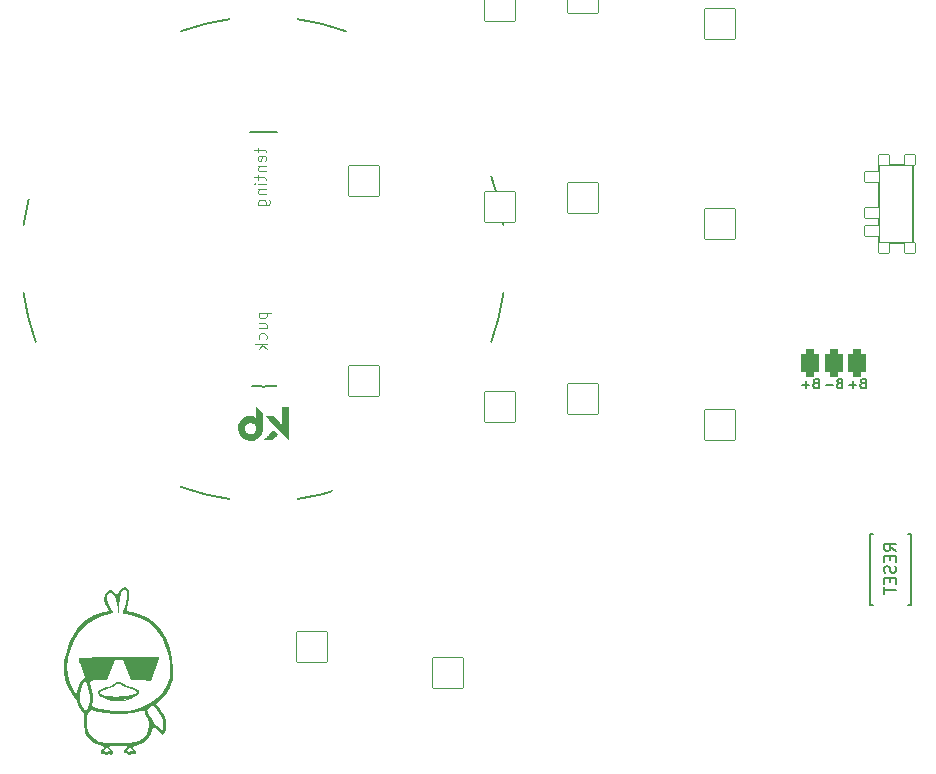
<source format=gbo>
%TF.GenerationSoftware,KiCad,Pcbnew,(6.0.4-0)*%
%TF.CreationDate,2022-07-27T11:57:38+02:00*%
%TF.ProjectId,basbousa,62617362-6f75-4736-912e-6b696361645f,v1.0.0*%
%TF.SameCoordinates,Original*%
%TF.FileFunction,Legend,Bot*%
%TF.FilePolarity,Positive*%
%FSLAX46Y46*%
G04 Gerber Fmt 4.6, Leading zero omitted, Abs format (unit mm)*
G04 Created by KiCad (PCBNEW (6.0.4-0)) date 2022-07-27 11:57:38*
%MOMM*%
%LPD*%
G01*
G04 APERTURE LIST*
G04 Aperture macros list*
%AMRoundRect*
0 Rectangle with rounded corners*
0 $1 Rounding radius*
0 $2 $3 $4 $5 $6 $7 $8 $9 X,Y pos of 4 corners*
0 Add a 4 corners polygon primitive as box body*
4,1,4,$2,$3,$4,$5,$6,$7,$8,$9,$2,$3,0*
0 Add four circle primitives for the rounded corners*
1,1,$1+$1,$2,$3*
1,1,$1+$1,$4,$5*
1,1,$1+$1,$6,$7*
1,1,$1+$1,$8,$9*
0 Add four rect primitives between the rounded corners*
20,1,$1+$1,$2,$3,$4,$5,0*
20,1,$1+$1,$4,$5,$6,$7,0*
20,1,$1+$1,$6,$7,$8,$9,0*
20,1,$1+$1,$8,$9,$2,$3,0*%
%AMFreePoly0*
4,1,14,0.035355,0.435355,0.635355,-0.164645,0.650000,-0.200000,0.650000,-0.400000,0.635355,-0.435355,0.600000,-0.450000,-0.600000,-0.450000,-0.635355,-0.435355,-0.650000,-0.400000,-0.650000,-0.200000,-0.635355,-0.164645,-0.035355,0.435355,0.000000,0.450000,0.035355,0.435355,0.035355,0.435355,$1*%
%AMFreePoly1*
4,1,16,0.635355,0.285355,0.650000,0.250000,0.650000,-1.000000,0.635355,-1.035355,0.600000,-1.050000,0.564645,-1.035355,0.000000,-0.470710,-0.564645,-1.035355,-0.600000,-1.050000,-0.635355,-1.035355,-0.650000,-1.000000,-0.650000,0.250000,-0.635355,0.285355,-0.600000,0.300000,0.600000,0.300000,0.635355,0.285355,0.635355,0.285355,$1*%
G04 Aperture macros list end*
%ADD10C,0.150000*%
%ADD11C,0.100000*%
%ADD12C,0.200000*%
%ADD13C,0.010000*%
%ADD14RoundRect,0.375000X-0.375000X-0.750000X0.375000X-0.750000X0.375000X0.750000X-0.375000X0.750000X0*%
%ADD15C,0.250000*%
%ADD16C,5.100000*%
%ADD17RoundRect,0.425000X-0.375000X-0.750000X0.375000X-0.750000X0.375000X0.750000X-0.375000X0.750000X0*%
%ADD18C,2.100000*%
%ADD19C,3.100000*%
%ADD20C,1.801800*%
%ADD21C,3.529000*%
%ADD22RoundRect,0.050000X-1.054507X-1.505993X1.505993X-1.054507X1.054507X1.505993X-1.505993X1.054507X0*%
%ADD23C,2.132000*%
%ADD24RoundRect,0.050000X-1.181751X-1.408356X1.408356X-1.181751X1.181751X1.408356X-1.408356X1.181751X0*%
%ADD25RoundRect,0.050000X-1.300000X-1.300000X1.300000X-1.300000X1.300000X1.300000X-1.300000X1.300000X0*%
%ADD26RoundRect,0.050000X-1.592168X-0.919239X0.919239X-1.592168X1.592168X0.919239X-0.919239X1.592168X0*%
%ADD27RoundRect,0.050000X-0.450000X0.450000X-0.450000X-0.450000X0.450000X-0.450000X0.450000X0.450000X0*%
%ADD28C,1.100000*%
%ADD29RoundRect,0.050000X-0.625000X0.450000X-0.625000X-0.450000X0.625000X-0.450000X0.625000X0.450000X0*%
%ADD30RoundRect,0.050000X-0.863113X-1.623279X1.623279X-0.863113X0.863113X1.623279X-1.623279X0.863113X0*%
%ADD31C,4.500000*%
%ADD32RoundRect,0.050000X-1.387517X-1.206150X1.206150X-1.387517X1.387517X1.206150X-1.206150X1.387517X0*%
%ADD33FreePoly0,90.000000*%
%ADD34FreePoly0,270.000000*%
%ADD35C,1.700000*%
%ADD36FreePoly1,270.000000*%
%ADD37FreePoly1,90.000000*%
G04 APERTURE END LIST*
D10*
%TO.C,PAD1*%
X154362095Y76489142D02*
X154247809Y76451047D01*
X154209714Y76412952D01*
X154171619Y76336761D01*
X154171619Y76222476D01*
X154209714Y76146285D01*
X154247809Y76108190D01*
X154324000Y76070095D01*
X154628761Y76070095D01*
X154628761Y76870095D01*
X154362095Y76870095D01*
X154285904Y76832000D01*
X154247809Y76793904D01*
X154209714Y76717714D01*
X154209714Y76641523D01*
X154247809Y76565333D01*
X154285904Y76527238D01*
X154362095Y76489142D01*
X154628761Y76489142D01*
X153828761Y76374857D02*
X153219238Y76374857D01*
X153524000Y76070095D02*
X153524000Y76679619D01*
X150362095Y76489142D02*
X150247809Y76451047D01*
X150209714Y76412952D01*
X150171619Y76336761D01*
X150171619Y76222476D01*
X150209714Y76146285D01*
X150247809Y76108190D01*
X150324000Y76070095D01*
X150628761Y76070095D01*
X150628761Y76870095D01*
X150362095Y76870095D01*
X150285904Y76832000D01*
X150247809Y76793904D01*
X150209714Y76717714D01*
X150209714Y76641523D01*
X150247809Y76565333D01*
X150285904Y76527238D01*
X150362095Y76489142D01*
X150628761Y76489142D01*
X149828761Y76374857D02*
X149219238Y76374857D01*
X149524000Y76070095D02*
X149524000Y76679619D01*
X152362095Y76489142D02*
X152247809Y76451047D01*
X152209714Y76412952D01*
X152171619Y76336761D01*
X152171619Y76222476D01*
X152209714Y76146285D01*
X152247809Y76108190D01*
X152324000Y76070095D01*
X152628761Y76070095D01*
X152628761Y76870095D01*
X152362095Y76870095D01*
X152285904Y76832000D01*
X152247809Y76793904D01*
X152209714Y76717714D01*
X152209714Y76641523D01*
X152247809Y76565333D01*
X152285904Y76527238D01*
X152362095Y76489142D01*
X152628761Y76489142D01*
X151828761Y76374857D02*
X151219238Y76374857D01*
%TO.C,B1*%
X157170380Y62285380D02*
X156694190Y62618714D01*
X157170380Y62856809D02*
X156170380Y62856809D01*
X156170380Y62475857D01*
X156218000Y62380619D01*
X156265619Y62333000D01*
X156360857Y62285380D01*
X156503714Y62285380D01*
X156598952Y62333000D01*
X156646571Y62380619D01*
X156694190Y62475857D01*
X156694190Y62856809D01*
X156646571Y61856809D02*
X156646571Y61523476D01*
X157170380Y61380619D02*
X157170380Y61856809D01*
X156170380Y61856809D01*
X156170380Y61380619D01*
X157122761Y60999666D02*
X157170380Y60856809D01*
X157170380Y60618714D01*
X157122761Y60523476D01*
X157075142Y60475857D01*
X156979904Y60428238D01*
X156884666Y60428238D01*
X156789428Y60475857D01*
X156741809Y60523476D01*
X156694190Y60618714D01*
X156646571Y60809190D01*
X156598952Y60904428D01*
X156551333Y60952047D01*
X156456095Y60999666D01*
X156360857Y60999666D01*
X156265619Y60952047D01*
X156218000Y60904428D01*
X156170380Y60809190D01*
X156170380Y60571095D01*
X156218000Y60428238D01*
X156646571Y59999666D02*
X156646571Y59666333D01*
X157170380Y59523476D02*
X157170380Y59999666D01*
X156170380Y59999666D01*
X156170380Y59523476D01*
X156170380Y59237761D02*
X156170380Y58666333D01*
X157170380Y58952047D02*
X156170380Y58952047D01*
D11*
%TO.C,REF\u002A\u002A*%
X103163714Y96416500D02*
X103163714Y96035547D01*
X102830380Y96273642D02*
X103687523Y96273642D01*
X103782761Y96226023D01*
X103830380Y96130785D01*
X103830380Y96035547D01*
X103782761Y95321261D02*
X103830380Y95416500D01*
X103830380Y95606976D01*
X103782761Y95702214D01*
X103687523Y95749833D01*
X103306571Y95749833D01*
X103211333Y95702214D01*
X103163714Y95606976D01*
X103163714Y95416500D01*
X103211333Y95321261D01*
X103306571Y95273642D01*
X103401809Y95273642D01*
X103497047Y95749833D01*
X103163714Y94845071D02*
X103830380Y94845071D01*
X103258952Y94845071D02*
X103211333Y94797452D01*
X103163714Y94702214D01*
X103163714Y94559357D01*
X103211333Y94464119D01*
X103306571Y94416500D01*
X103830380Y94416500D01*
X103163714Y94083166D02*
X103163714Y93702214D01*
X102830380Y93940309D02*
X103687523Y93940309D01*
X103782761Y93892690D01*
X103830380Y93797452D01*
X103830380Y93702214D01*
X103830380Y93368880D02*
X103163714Y93368880D01*
X102830380Y93368880D02*
X102878000Y93416500D01*
X102925619Y93368880D01*
X102878000Y93321261D01*
X102830380Y93368880D01*
X102925619Y93368880D01*
X103163714Y92892690D02*
X103830380Y92892690D01*
X103258952Y92892690D02*
X103211333Y92845071D01*
X103163714Y92749833D01*
X103163714Y92606976D01*
X103211333Y92511738D01*
X103306571Y92464119D01*
X103830380Y92464119D01*
X103163714Y91559357D02*
X103973238Y91559357D01*
X104068476Y91606976D01*
X104116095Y91654595D01*
X104163714Y91749833D01*
X104163714Y91892690D01*
X104116095Y91987928D01*
X103782761Y91559357D02*
X103830380Y91654595D01*
X103830380Y91845071D01*
X103782761Y91940309D01*
X103735142Y91987928D01*
X103639904Y92035547D01*
X103354190Y92035547D01*
X103258952Y91987928D01*
X103211333Y91940309D01*
X103163714Y91845071D01*
X103163714Y91654595D01*
X103211333Y91559357D01*
X103227214Y82462500D02*
X104227214Y82462500D01*
X103274833Y82462500D02*
X103227214Y82367261D01*
X103227214Y82176785D01*
X103274833Y82081547D01*
X103322452Y82033928D01*
X103417690Y81986309D01*
X103703404Y81986309D01*
X103798642Y82033928D01*
X103846261Y82081547D01*
X103893880Y82176785D01*
X103893880Y82367261D01*
X103846261Y82462500D01*
X103227214Y81129166D02*
X103893880Y81129166D01*
X103227214Y81557738D02*
X103751023Y81557738D01*
X103846261Y81510119D01*
X103893880Y81414880D01*
X103893880Y81272023D01*
X103846261Y81176785D01*
X103798642Y81129166D01*
X103846261Y80224404D02*
X103893880Y80319642D01*
X103893880Y80510119D01*
X103846261Y80605357D01*
X103798642Y80652976D01*
X103703404Y80700595D01*
X103417690Y80700595D01*
X103322452Y80652976D01*
X103274833Y80605357D01*
X103227214Y80510119D01*
X103227214Y80319642D01*
X103274833Y80224404D01*
X103893880Y79795833D02*
X102893880Y79795833D01*
X103512928Y79700595D02*
X103893880Y79414880D01*
X103227214Y79414880D02*
X103608166Y79795833D01*
D10*
%TO.C,*%
%TO.C,B1*%
X158468000Y57706000D02*
X158218000Y57706000D01*
X158468000Y63706000D02*
X158468000Y57706000D01*
X154968000Y63706000D02*
X155218000Y63706000D01*
X155218000Y57706000D02*
X154968000Y57706000D01*
X154968000Y57706000D02*
X154968000Y63706000D01*
X158218000Y63706000D02*
X158468000Y63706000D01*
%TO.C,T2*%
X158619000Y89708000D02*
X158619000Y93608000D01*
X155769000Y88358000D02*
X158619000Y88358000D01*
X158619000Y94958000D02*
X155769000Y94958000D01*
X155769000Y94958000D02*
X155769000Y88358000D01*
X158619000Y91658000D02*
X158619000Y94958000D01*
X158619000Y91658000D02*
X158619000Y88358000D01*
D12*
%TO.C,REF\u002A\u002A*%
X106489500Y66675000D02*
G75*
G03*
X110640045Y67708865I-2857506J20320019D01*
G01*
X103632000Y97790000D02*
G75*
G03*
X102503615Y97730864I-6J-10794921D01*
G01*
X83311999Y84137500D02*
G75*
G03*
X84345865Y79986954I20320001J2857500D01*
G01*
X104760385Y97730863D02*
G75*
G03*
X103632000Y97790000I-1128385J-10735763D01*
G01*
X100774500Y107315001D02*
G75*
G03*
X96623954Y106281135I2857500J-20320001D01*
G01*
X103632000Y76199999D02*
G75*
G03*
X104760385Y76259136I0J10794901D01*
G01*
X122918134Y79986952D02*
G75*
G03*
X123952000Y84137500I-19286134J7008048D01*
G01*
X102503615Y76259136D02*
G75*
G03*
X103632000Y76200000I1128379J10735785D01*
G01*
X84345865Y94003044D02*
G75*
G03*
X83312000Y89852500I19286255J-7008074D01*
G01*
X96623955Y67708865D02*
G75*
G03*
X100774500Y66675000I7008045J19286135D01*
G01*
X123952000Y89852500D02*
G75*
G03*
X122918134Y94003048I-20320000J-2857500D01*
G01*
X110640049Y106281133D02*
G75*
G03*
X106489500Y107315000I-7008049J-19286133D01*
G01*
G36*
X103509717Y72564636D02*
G01*
X103507104Y72536241D01*
X103498235Y72489791D01*
X103460682Y72362631D01*
X103405516Y72236768D01*
X103335824Y72118586D01*
X103254693Y72014466D01*
X103246299Y72005300D01*
X103137987Y71904974D01*
X103015567Y71820977D01*
X102882394Y71754998D01*
X102741826Y71708723D01*
X102597218Y71683842D01*
X102496972Y71679359D01*
X102348551Y71690758D01*
X102205132Y71723011D01*
X102068896Y71775034D01*
X101942021Y71845748D01*
X101826688Y71934070D01*
X101725075Y72038919D01*
X101639363Y72159212D01*
X101582108Y72266131D01*
X101528963Y72405367D01*
X101497607Y72549931D01*
X101491103Y72646295D01*
X101986342Y72646295D01*
X101986624Y72641005D01*
X101990942Y72585702D01*
X101998299Y72543410D01*
X102010944Y72504802D01*
X102031125Y72460556D01*
X102052613Y72422229D01*
X102094098Y72363435D01*
X102142155Y72307979D01*
X102191478Y72261785D01*
X102236764Y72230781D01*
X102252931Y72223005D01*
X102293836Y72205645D01*
X102336833Y72189559D01*
X102409660Y72170271D01*
X102513361Y72161750D01*
X102614902Y72174544D01*
X102711688Y72207676D01*
X102801120Y72260169D01*
X102880601Y72331046D01*
X102947535Y72419329D01*
X102976189Y72473474D01*
X103006621Y72567493D01*
X103017193Y72665042D01*
X103008887Y72762990D01*
X102982685Y72858203D01*
X102939572Y72947550D01*
X102880529Y73027896D01*
X102806539Y73096110D01*
X102718587Y73149059D01*
X102704584Y73155345D01*
X102606238Y73185970D01*
X102504886Y73196152D01*
X102403982Y73186832D01*
X102306983Y73158954D01*
X102217347Y73113458D01*
X102138530Y73051288D01*
X102073988Y72973384D01*
X102056218Y72944855D01*
X102012566Y72851432D01*
X101989710Y72753540D01*
X101986342Y72646295D01*
X101491103Y72646295D01*
X101487316Y72702409D01*
X101490877Y72792079D01*
X101513558Y72942358D01*
X101556310Y73084327D01*
X101618120Y73216312D01*
X101697978Y73336637D01*
X101794872Y73443626D01*
X101907792Y73535606D01*
X102035725Y73610899D01*
X102105576Y73643538D01*
X102180714Y73672755D01*
X102252366Y73692247D01*
X102328849Y73704184D01*
X102418484Y73710736D01*
X102436296Y73711404D01*
X102575497Y73704966D01*
X102705880Y73677290D01*
X102828096Y73628186D01*
X102942793Y73557464D01*
X102966927Y73540262D01*
X102991773Y73523919D01*
X103004204Y73517605D01*
X103005112Y73521635D01*
X103006561Y73545442D01*
X103007888Y73588565D01*
X103009057Y73648640D01*
X103010033Y73723302D01*
X103010783Y73810188D01*
X103011272Y73906933D01*
X103011464Y74011173D01*
X103011612Y74504741D01*
X103519316Y73994715D01*
X103519229Y73303001D01*
X103519226Y73291265D01*
X103518965Y73140791D01*
X103518301Y73003519D01*
X103517257Y72880863D01*
X103515854Y72774234D01*
X103514115Y72685045D01*
X103513531Y72665042D01*
X103512062Y72614708D01*
X103509717Y72564636D01*
G37*
D13*
X103509717Y72564636D02*
X103507104Y72536241D01*
X103498235Y72489791D01*
X103460682Y72362631D01*
X103405516Y72236768D01*
X103335824Y72118586D01*
X103254693Y72014466D01*
X103246299Y72005300D01*
X103137987Y71904974D01*
X103015567Y71820977D01*
X102882394Y71754998D01*
X102741826Y71708723D01*
X102597218Y71683842D01*
X102496972Y71679359D01*
X102348551Y71690758D01*
X102205132Y71723011D01*
X102068896Y71775034D01*
X101942021Y71845748D01*
X101826688Y71934070D01*
X101725075Y72038919D01*
X101639363Y72159212D01*
X101582108Y72266131D01*
X101528963Y72405367D01*
X101497607Y72549931D01*
X101491103Y72646295D01*
X101986342Y72646295D01*
X101986624Y72641005D01*
X101990942Y72585702D01*
X101998299Y72543410D01*
X102010944Y72504802D01*
X102031125Y72460556D01*
X102052613Y72422229D01*
X102094098Y72363435D01*
X102142155Y72307979D01*
X102191478Y72261785D01*
X102236764Y72230781D01*
X102252931Y72223005D01*
X102293836Y72205645D01*
X102336833Y72189559D01*
X102409660Y72170271D01*
X102513361Y72161750D01*
X102614902Y72174544D01*
X102711688Y72207676D01*
X102801120Y72260169D01*
X102880601Y72331046D01*
X102947535Y72419329D01*
X102976189Y72473474D01*
X103006621Y72567493D01*
X103017193Y72665042D01*
X103008887Y72762990D01*
X102982685Y72858203D01*
X102939572Y72947550D01*
X102880529Y73027896D01*
X102806539Y73096110D01*
X102718587Y73149059D01*
X102704584Y73155345D01*
X102606238Y73185970D01*
X102504886Y73196152D01*
X102403982Y73186832D01*
X102306983Y73158954D01*
X102217347Y73113458D01*
X102138530Y73051288D01*
X102073988Y72973384D01*
X102056218Y72944855D01*
X102012566Y72851432D01*
X101989710Y72753540D01*
X101986342Y72646295D01*
X101491103Y72646295D01*
X101487316Y72702409D01*
X101490877Y72792079D01*
X101513558Y72942358D01*
X101556310Y73084327D01*
X101618120Y73216312D01*
X101697978Y73336637D01*
X101794872Y73443626D01*
X101907792Y73535606D01*
X102035725Y73610899D01*
X102105576Y73643538D01*
X102180714Y73672755D01*
X102252366Y73692247D01*
X102328849Y73704184D01*
X102418484Y73710736D01*
X102436296Y73711404D01*
X102575497Y73704966D01*
X102705880Y73677290D01*
X102828096Y73628186D01*
X102942793Y73557464D01*
X102966927Y73540262D01*
X102991773Y73523919D01*
X103004204Y73517605D01*
X103005112Y73521635D01*
X103006561Y73545442D01*
X103007888Y73588565D01*
X103009057Y73648640D01*
X103010033Y73723302D01*
X103010783Y73810188D01*
X103011272Y73906933D01*
X103011464Y74011173D01*
X103011612Y74504741D01*
X103519316Y73994715D01*
X103519229Y73303001D01*
X103519226Y73291265D01*
X103518965Y73140791D01*
X103518301Y73003519D01*
X103517257Y72880863D01*
X103515854Y72774234D01*
X103514115Y72685045D01*
X103513531Y72665042D01*
X103512062Y72614708D01*
X103509717Y72564636D01*
G36*
X105712952Y71768644D02*
G01*
X105622108Y71860920D01*
X105608327Y71874916D01*
X105576466Y71907269D01*
X105530519Y71953923D01*
X105471703Y72013641D01*
X105401236Y72085186D01*
X105320337Y72167323D01*
X105230222Y72258816D01*
X105132110Y72358427D01*
X105027218Y72464920D01*
X104916764Y72577060D01*
X104801965Y72693609D01*
X104684040Y72813332D01*
X103836816Y73673469D01*
X104125184Y73676562D01*
X104413552Y73679656D01*
X105216498Y72876956D01*
X105216498Y74510514D01*
X105712952Y74510514D01*
X105712952Y71768644D01*
G37*
X105712952Y71768644D02*
X105622108Y71860920D01*
X105608327Y71874916D01*
X105576466Y71907269D01*
X105530519Y71953923D01*
X105471703Y72013641D01*
X105401236Y72085186D01*
X105320337Y72167323D01*
X105230222Y72258816D01*
X105132110Y72358427D01*
X105027218Y72464920D01*
X104916764Y72577060D01*
X104801965Y72693609D01*
X104684040Y72813332D01*
X103836816Y73673469D01*
X104125184Y73676562D01*
X104413552Y73679656D01*
X105216498Y72876956D01*
X105216498Y74510514D01*
X105712952Y74510514D01*
X105712952Y71768644D01*
G36*
X104419184Y72478331D02*
G01*
X104431413Y72468283D01*
X104456895Y72444663D01*
X104493042Y72409950D01*
X104537266Y72366625D01*
X104586979Y72317170D01*
X104748014Y72155826D01*
X104714132Y72118011D01*
X104710955Y72114519D01*
X104689087Y72091310D01*
X104654741Y72055564D01*
X104610925Y72010384D01*
X104560642Y71958871D01*
X104506900Y71904128D01*
X104333550Y71728059D01*
X103713536Y71728059D01*
X103741837Y71761694D01*
X103744130Y71764385D01*
X103764798Y71787614D01*
X103797556Y71823454D01*
X103840416Y71869799D01*
X103891388Y71924542D01*
X103948484Y71985577D01*
X104009714Y72050796D01*
X104073089Y72118094D01*
X104136622Y72185364D01*
X104198321Y72250499D01*
X104256200Y72311393D01*
X104308267Y72365939D01*
X104352536Y72412031D01*
X104387015Y72447562D01*
X104409718Y72470425D01*
X104418653Y72478514D01*
X104419184Y72478331D01*
G37*
X104419184Y72478331D02*
X104431413Y72468283D01*
X104456895Y72444663D01*
X104493042Y72409950D01*
X104537266Y72366625D01*
X104586979Y72317170D01*
X104748014Y72155826D01*
X104714132Y72118011D01*
X104710955Y72114519D01*
X104689087Y72091310D01*
X104654741Y72055564D01*
X104610925Y72010384D01*
X104560642Y71958871D01*
X104506900Y71904128D01*
X104333550Y71728059D01*
X103713536Y71728059D01*
X103741837Y71761694D01*
X103744130Y71764385D01*
X103764798Y71787614D01*
X103797556Y71823454D01*
X103840416Y71869799D01*
X103891388Y71924542D01*
X103948484Y71985577D01*
X104009714Y72050796D01*
X104073089Y72118094D01*
X104136622Y72185364D01*
X104198321Y72250499D01*
X104256200Y72311393D01*
X104308267Y72365939D01*
X104352536Y72412031D01*
X104387015Y72447562D01*
X104409718Y72470425D01*
X104418653Y72478514D01*
X104419184Y72478331D01*
%TO.C,G\u002A\u002A\u002A*%
G36*
X92090151Y49627570D02*
G01*
X91856858Y49563258D01*
X91606747Y49544050D01*
X91270667Y49555225D01*
X90986219Y49576367D01*
X90716312Y49619910D01*
X90580476Y49661218D01*
X91121943Y49661218D01*
X91172212Y49644332D01*
X91355333Y49637727D01*
X91479582Y49640197D01*
X91585956Y49653481D01*
X91545833Y49674419D01*
X91411551Y49688426D01*
X91164833Y49674419D01*
X91121943Y49661218D01*
X90580476Y49661218D01*
X90454058Y49699662D01*
X90336275Y49750486D01*
X91801597Y49750486D01*
X91802908Y49721584D01*
X91912722Y49706018D01*
X91995945Y49719576D01*
X91963875Y49757170D01*
X91914914Y49770698D01*
X91801597Y49750486D01*
X90336275Y49750486D01*
X90147996Y49831729D01*
X89746667Y50032217D01*
X89668282Y50103879D01*
X89592425Y50280900D01*
X89592991Y50288759D01*
X89799283Y50288759D01*
X89857983Y50173540D01*
X90085333Y50063946D01*
X90307118Y50010411D01*
X90683604Y49968327D01*
X91124575Y49954937D01*
X91591166Y49967895D01*
X92044513Y50004850D01*
X92445752Y50063456D01*
X92756017Y50141363D01*
X92936445Y50236223D01*
X92952870Y50257106D01*
X92927648Y50360963D01*
X92745368Y50474542D01*
X92415354Y50591486D01*
X92240003Y50649272D01*
X91952971Y50770367D01*
X91750142Y50888931D01*
X91523133Y51016450D01*
X91238078Y51033650D01*
X90976467Y50886671D01*
X90852165Y50800634D01*
X90595190Y50675590D01*
X90293677Y50565696D01*
X90185675Y50530865D01*
X89908694Y50408302D01*
X89799283Y50288759D01*
X89592991Y50288759D01*
X89600521Y50393243D01*
X89700681Y50507134D01*
X89931092Y50630227D01*
X90037253Y50675334D01*
X90293403Y50762614D01*
X90481004Y50798141D01*
X90508079Y50800318D01*
X90704595Y50871562D01*
X90916560Y51011667D01*
X90965819Y51051487D01*
X91239808Y51197658D01*
X91507205Y51187960D01*
X91805483Y51022867D01*
X91824727Y51009006D01*
X92105319Y50861058D01*
X92401455Y50772737D01*
X92521155Y50750092D01*
X92839092Y50637187D01*
X93054233Y50476210D01*
X93133333Y50289127D01*
X93129109Y50257106D01*
X93128339Y50251266D01*
X93048156Y50134183D01*
X92852697Y49996498D01*
X92519500Y49821081D01*
X92375777Y49751706D01*
X92301849Y49719576D01*
X92149770Y49653481D01*
X92090151Y49627570D01*
G37*
G36*
X95259442Y46905333D02*
G01*
X95080028Y46693667D01*
X94889847Y46914905D01*
X94698073Y47106204D01*
X94483991Y47273234D01*
X94268316Y47410324D01*
X94167046Y47031686D01*
X94089659Y46807333D01*
X93826231Y46382822D01*
X93454214Y46064981D01*
X93000861Y45880708D01*
X92750623Y45812245D01*
X92577737Y45718440D01*
X92565769Y45611711D01*
X92710000Y45485649D01*
X92812742Y45386672D01*
X92838027Y45320075D01*
X92879333Y45211283D01*
X92867101Y45088285D01*
X92797061Y45052079D01*
X92628231Y45125783D01*
X92504914Y45163962D01*
X92424787Y45083450D01*
X92373787Y45001950D01*
X92253044Y44966823D01*
X92151542Y45075644D01*
X92099140Y45135602D01*
X91942532Y45150436D01*
X91859061Y45142079D01*
X91782767Y45206006D01*
X91807863Y45319653D01*
X91976775Y45319653D01*
X92048529Y45326426D01*
X92135489Y45332391D01*
X92230055Y45228474D01*
X92242357Y45187625D01*
X92279397Y45154979D01*
X92330367Y45277285D01*
X92342796Y45313841D01*
X92410581Y45414172D01*
X92510721Y45371053D01*
X92582415Y45325425D01*
X92676964Y45320075D01*
X92665574Y45373346D01*
X92547918Y45462119D01*
X92438257Y45550734D01*
X92364649Y45701812D01*
X92350157Y45792713D01*
X92312119Y45720000D01*
X92237115Y45597619D01*
X92085970Y45436952D01*
X92038370Y45394588D01*
X91976775Y45319653D01*
X91807863Y45319653D01*
X91812613Y45341165D01*
X91948000Y45508333D01*
X92060721Y45628613D01*
X92117333Y45733122D01*
X92098058Y45749097D01*
X91951057Y45777605D01*
X91690892Y45797310D01*
X91355333Y45804667D01*
X90960743Y45795436D01*
X90703987Y45761712D01*
X90593063Y45696462D01*
X90616460Y45592668D01*
X90762667Y45443312D01*
X90872249Y45318914D01*
X90895969Y45259995D01*
X90932000Y45170496D01*
X90876192Y45067763D01*
X90749393Y45049312D01*
X90632536Y45132400D01*
X90574992Y45161809D01*
X90463905Y45068900D01*
X90453052Y45054460D01*
X90347871Y44966615D01*
X90243433Y45021500D01*
X90175286Y45071084D01*
X89983733Y45127333D01*
X89929490Y45133637D01*
X89840726Y45215190D01*
X89861931Y45331615D01*
X90042325Y45331615D01*
X90101196Y45329547D01*
X90187380Y45333538D01*
X90273434Y45228474D01*
X90285393Y45177281D01*
X90322678Y45140838D01*
X90397544Y45250334D01*
X90432231Y45306915D01*
X90518980Y45368307D01*
X90648640Y45295229D01*
X90710894Y45250200D01*
X90725299Y45259995D01*
X90625277Y45383896D01*
X90485462Y45567764D01*
X90399127Y45720000D01*
X90398865Y45720718D01*
X90360071Y45797530D01*
X90346018Y45709160D01*
X90292576Y45580603D01*
X90148833Y45429234D01*
X90129500Y45414616D01*
X90042325Y45331615D01*
X89861931Y45331615D01*
X89865276Y45349982D01*
X90000667Y45485649D01*
X90091006Y45551564D01*
X90161167Y45676732D01*
X90066699Y45776951D01*
X89810167Y45847352D01*
X89797828Y45849377D01*
X89321255Y46011629D01*
X88920784Y46311861D01*
X88631089Y46724285D01*
X88547814Y46918086D01*
X88483345Y47159840D01*
X88453408Y47456258D01*
X88448903Y47864280D01*
X88448860Y47901843D01*
X88669666Y47901843D01*
X88703855Y47378080D01*
X88863259Y46906486D01*
X89135834Y46517674D01*
X89509535Y46242256D01*
X89547740Y46223624D01*
X89736097Y46145150D01*
X89940546Y46090693D01*
X90199395Y46054516D01*
X90550955Y46030884D01*
X91033535Y46014059D01*
X91604697Y46005675D01*
X92223194Y46023676D01*
X92711581Y46080229D01*
X93090819Y46181432D01*
X93381870Y46333383D01*
X93605694Y46542178D01*
X93783254Y46813915D01*
X93884529Y47050475D01*
X93966471Y47430221D01*
X93955436Y47779890D01*
X93848576Y48045717D01*
X93833639Y48066821D01*
X93726099Y48276554D01*
X93636048Y48533628D01*
X93578673Y48712155D01*
X93506930Y48800658D01*
X93404947Y48778602D01*
X93384596Y48769158D01*
X93206335Y48709770D01*
X92924680Y48633483D01*
X92590784Y48554382D01*
X92525628Y48540603D01*
X91826584Y48453659D01*
X91062673Y48450520D01*
X90306225Y48528041D01*
X89629571Y48683080D01*
X89337909Y48766803D01*
X89078710Y48800246D01*
X88912449Y48736468D01*
X88804247Y48558916D01*
X88719226Y48251036D01*
X88669666Y47901843D01*
X88448860Y47901843D01*
X88448570Y48157704D01*
X88433264Y48435229D01*
X88397135Y48592581D01*
X88336186Y48657889D01*
X88292845Y48685392D01*
X88163348Y48841409D01*
X88030098Y49072370D01*
X87926010Y49316190D01*
X87884000Y49510787D01*
X87877492Y49551718D01*
X87786503Y49725426D01*
X87622447Y49916326D01*
X87466162Y50086417D01*
X88083034Y50086417D01*
X88137891Y49530457D01*
X88172798Y49410235D01*
X88293625Y49134049D01*
X88433471Y48938144D01*
X88631612Y48752000D01*
X88784621Y48985520D01*
X88791980Y48997211D01*
X88884587Y49257259D01*
X88932045Y49618011D01*
X88933874Y50020552D01*
X88889593Y50405965D01*
X88798723Y50715333D01*
X88784513Y50746852D01*
X88680312Y50990303D01*
X88606909Y51181000D01*
X88593108Y51218654D01*
X88546548Y51273984D01*
X88475508Y51214714D01*
X88352074Y51023603D01*
X88175494Y50629602D01*
X88083034Y50086417D01*
X87466162Y50086417D01*
X87391662Y50167498D01*
X87046687Y50728695D01*
X86828912Y51387274D01*
X86740310Y52131605D01*
X86751634Y52349453D01*
X87037333Y52349453D01*
X87051598Y51916053D01*
X87132256Y51369611D01*
X87296742Y50893902D01*
X87559358Y50436515D01*
X87771877Y50123765D01*
X87914579Y50637039D01*
X87972624Y50817483D01*
X88120243Y51145386D01*
X88282024Y51375054D01*
X88506766Y51599797D01*
X88227747Y52389373D01*
X88150937Y52612082D01*
X88054480Y52911971D01*
X87995123Y53124433D01*
X87983469Y53213691D01*
X87993327Y53216156D01*
X88129931Y53225891D01*
X88412109Y53237554D01*
X88821589Y53250639D01*
X89340102Y53264643D01*
X89949378Y53279060D01*
X90631145Y53293386D01*
X91367135Y53307118D01*
X92255177Y53321149D01*
X93039608Y53329805D01*
X93668620Y53331980D01*
X94149312Y53327606D01*
X94488786Y53316614D01*
X94694143Y53298938D01*
X94772483Y53274508D01*
X94767050Y53168229D01*
X94709196Y52937387D01*
X94608276Y52617411D01*
X94474266Y52242808D01*
X94119625Y51302404D01*
X93267568Y51326369D01*
X92415512Y51350333D01*
X91721764Y53043667D01*
X91061220Y53043667D01*
X90714393Y52197000D01*
X90367567Y51350333D01*
X89624569Y51325736D01*
X89581125Y51324380D01*
X89251435Y51316045D01*
X89046381Y51294134D01*
X88947795Y51228177D01*
X88937510Y51087705D01*
X88997359Y50842247D01*
X89109173Y50461333D01*
X89177659Y50153477D01*
X89180290Y50020552D01*
X89189460Y49557344D01*
X89136032Y49119020D01*
X89716516Y48933069D01*
X89841603Y48896360D01*
X90369152Y48790313D01*
X90973967Y48726463D01*
X91596441Y48707253D01*
X92176969Y48735128D01*
X92655943Y48812532D01*
X92706688Y48829326D01*
X93811494Y48829326D01*
X93850368Y48650301D01*
X93978490Y48361811D01*
X94168946Y48035634D01*
X94393603Y47719169D01*
X94624329Y47459817D01*
X94656620Y47430221D01*
X94829582Y47271693D01*
X95003381Y47129176D01*
X95095814Y47074667D01*
X95119990Y47087971D01*
X95156983Y47216558D01*
X95164551Y47442068D01*
X95145264Y47715410D01*
X95101694Y47987490D01*
X95036409Y48209213D01*
X94983846Y48317075D01*
X94810897Y48591777D01*
X94605022Y48852562D01*
X94437735Y49031678D01*
X94314785Y49124283D01*
X94204974Y49127257D01*
X94056613Y49060169D01*
X94044045Y49053534D01*
X93879054Y48935990D01*
X93811494Y48829326D01*
X92706688Y48829326D01*
X93345072Y49040600D01*
X94037636Y49392478D01*
X94638727Y49832535D01*
X95123451Y50342255D01*
X95466911Y50903122D01*
X95546050Y51083499D01*
X95632071Y51325438D01*
X95680933Y51568424D01*
X95702355Y51868489D01*
X95706059Y52281667D01*
X95693847Y52699333D01*
X95604551Y53426649D01*
X95415106Y54106223D01*
X95109351Y54806437D01*
X94904161Y55171778D01*
X94429924Y55784119D01*
X93852712Y56266115D01*
X93164860Y56623495D01*
X92358703Y56861985D01*
X92308022Y56872616D01*
X92016096Y56936566D01*
X91804460Y56987479D01*
X91715967Y57015145D01*
X91713630Y57022716D01*
X91739213Y57134187D01*
X91810757Y57327500D01*
X91886846Y57539207D01*
X91984172Y57898858D01*
X92055789Y58267712D01*
X92091429Y58589494D01*
X92080827Y58807926D01*
X92019249Y58938007D01*
X91857400Y59012667D01*
X91828545Y59010770D01*
X91662876Y58905839D01*
X91540976Y58646886D01*
X91465724Y58242946D01*
X91440000Y57703053D01*
X91433060Y57388386D01*
X91411015Y57130475D01*
X91380090Y57000986D01*
X91346732Y57009934D01*
X91317386Y57167336D01*
X91298501Y57483209D01*
X91271962Y57785990D01*
X91168895Y58198090D01*
X91003192Y58513086D01*
X90789296Y58696561D01*
X90696143Y58729953D01*
X90519528Y58709447D01*
X90415656Y58540138D01*
X90381667Y58218676D01*
X90429683Y57882479D01*
X90607334Y57560621D01*
X90744157Y57372524D01*
X90855912Y57157979D01*
X90831634Y57017781D01*
X90660337Y56923552D01*
X90331037Y56846916D01*
X89974894Y56762944D01*
X89250956Y56473262D01*
X88613053Y56048956D01*
X88070423Y55502637D01*
X87632300Y54846916D01*
X87307920Y54094405D01*
X87106519Y53257713D01*
X87037333Y52349453D01*
X86751634Y52349453D01*
X86782854Y52950057D01*
X86958516Y53830998D01*
X87174637Y54484422D01*
X87560594Y55256015D01*
X88051518Y55909912D01*
X88638665Y56436989D01*
X89313291Y56828122D01*
X90066652Y57074187D01*
X90280479Y57121611D01*
X90486705Y57170687D01*
X90576352Y57196777D01*
X90573828Y57217299D01*
X90509179Y57340230D01*
X90385852Y57532889D01*
X90247409Y57795491D01*
X90164290Y58171560D01*
X90207669Y58522480D01*
X90377818Y58804849D01*
X90497321Y58916981D01*
X90644764Y58996560D01*
X90794198Y58957237D01*
X91004308Y58798407D01*
X91258941Y58584147D01*
X91370637Y58816498D01*
X91502017Y59002620D01*
X91709381Y59176116D01*
X91843944Y59243239D01*
X91971315Y59248022D01*
X92111548Y59144903D01*
X92209675Y59005694D01*
X92281521Y58691329D01*
X92265796Y58264949D01*
X92161780Y57746604D01*
X92114589Y57550014D01*
X92078996Y57339930D01*
X92083079Y57240699D01*
X92152549Y57211120D01*
X92349183Y57156755D01*
X92619750Y57096064D01*
X93106798Y56964555D01*
X93818391Y56638224D01*
X94440856Y56178241D01*
X94967025Y55595014D01*
X95389730Y54898953D01*
X95701804Y54100466D01*
X95896078Y53209961D01*
X95962260Y52281667D01*
X95965384Y52237846D01*
X95965914Y51982525D01*
X95959961Y51628150D01*
X95938003Y51369785D01*
X95891675Y51160285D01*
X95812614Y50952507D01*
X95692459Y50699309D01*
X95433312Y50261863D01*
X94956756Y49716888D01*
X94498261Y49297850D01*
X94754885Y49054092D01*
X94995219Y48770123D01*
X95212833Y48378525D01*
X95357385Y47956541D01*
X95419553Y47543879D01*
X95411282Y47442068D01*
X95390013Y47180241D01*
X95259442Y46905333D01*
G37*
%TD*%
D14*
%TO.C,PAD1*%
X149924000Y78232000D03*
X153924000Y78232000D03*
X151924000Y78232000D03*
%TD*%
%LPC*%
D15*
%TO.C,*%
X37971000Y104648000D02*
G75*
G03*
X37971000Y104648000I-125000J0D01*
G01*
X39495000Y91948000D02*
G75*
G03*
X39495000Y91948000I-125000J0D01*
G01*
X39495000Y94488000D02*
G75*
G03*
X39495000Y94488000I-125000J0D01*
G01*
X37971000Y112268000D02*
G75*
G03*
X37971000Y112268000I-125000J0D01*
G01*
X37971000Y94488000D02*
G75*
G03*
X37971000Y94488000I-125000J0D01*
G01*
X39495000Y99568000D02*
G75*
G03*
X39495000Y99568000I-125000J0D01*
G01*
X39495000Y102108000D02*
G75*
G03*
X39495000Y102108000I-125000J0D01*
G01*
X37971000Y102108000D02*
G75*
G03*
X37971000Y102108000I-125000J0D01*
G01*
X39495000Y107188000D02*
G75*
G03*
X39495000Y107188000I-125000J0D01*
G01*
X37971000Y91948000D02*
G75*
G03*
X37971000Y91948000I-125000J0D01*
G01*
X39495000Y114808000D02*
G75*
G03*
X39495000Y114808000I-125000J0D01*
G01*
X37971000Y107188000D02*
G75*
G03*
X37971000Y107188000I-125000J0D01*
G01*
X39495000Y117348000D02*
G75*
G03*
X39495000Y117348000I-125000J0D01*
G01*
X39495000Y109728000D02*
G75*
G03*
X39495000Y109728000I-125000J0D01*
G01*
X37971000Y99568000D02*
G75*
G03*
X37971000Y99568000I-125000J0D01*
G01*
X39495000Y104648000D02*
G75*
G03*
X39495000Y104648000I-125000J0D01*
G01*
X37971000Y114808000D02*
G75*
G03*
X37971000Y114808000I-125000J0D01*
G01*
X37971000Y97028000D02*
G75*
G03*
X37971000Y97028000I-125000J0D01*
G01*
X39495000Y119888000D02*
G75*
G03*
X39495000Y119888000I-125000J0D01*
G01*
X37971000Y117348000D02*
G75*
G03*
X37971000Y117348000I-125000J0D01*
G01*
X37971000Y119888000D02*
G75*
G03*
X37971000Y119888000I-125000J0D01*
G01*
X39495000Y97028000D02*
G75*
G03*
X39495000Y97028000I-125000J0D01*
G01*
X39495000Y112268000D02*
G75*
G03*
X39495000Y112268000I-125000J0D01*
G01*
X37971000Y109728000D02*
G75*
G03*
X37971000Y109728000I-125000J0D01*
G01*
G36*
X44704000Y119380000D02*
G01*
X43688000Y119380000D01*
X43688000Y120396000D01*
X44704000Y120396000D01*
X44704000Y119380000D01*
G37*
D11*
X44704000Y119380000D02*
X43688000Y119380000D01*
X43688000Y120396000D01*
X44704000Y120396000D01*
X44704000Y119380000D01*
G36*
X33528000Y106680000D02*
G01*
X32512000Y106680000D01*
X32512000Y107696000D01*
X33528000Y107696000D01*
X33528000Y106680000D01*
G37*
X33528000Y106680000D02*
X32512000Y106680000D01*
X32512000Y107696000D01*
X33528000Y107696000D01*
X33528000Y106680000D01*
G36*
X44704000Y104140000D02*
G01*
X43688000Y104140000D01*
X43688000Y105156000D01*
X44704000Y105156000D01*
X44704000Y104140000D01*
G37*
X44704000Y104140000D02*
X43688000Y104140000D01*
X43688000Y105156000D01*
X44704000Y105156000D01*
X44704000Y104140000D01*
G36*
X44704000Y93980000D02*
G01*
X43688000Y93980000D01*
X43688000Y94996000D01*
X44704000Y94996000D01*
X44704000Y93980000D01*
G37*
X44704000Y93980000D02*
X43688000Y93980000D01*
X43688000Y94996000D01*
X44704000Y94996000D01*
X44704000Y93980000D01*
G36*
X44704000Y114300000D02*
G01*
X43688000Y114300000D01*
X43688000Y115316000D01*
X44704000Y115316000D01*
X44704000Y114300000D01*
G37*
X44704000Y114300000D02*
X43688000Y114300000D01*
X43688000Y115316000D01*
X44704000Y115316000D01*
X44704000Y114300000D01*
G36*
X44704000Y91440000D02*
G01*
X43688000Y91440000D01*
X43688000Y92456000D01*
X44704000Y92456000D01*
X44704000Y91440000D01*
G37*
X44704000Y91440000D02*
X43688000Y91440000D01*
X43688000Y92456000D01*
X44704000Y92456000D01*
X44704000Y91440000D01*
G36*
X33528000Y104140000D02*
G01*
X32512000Y104140000D01*
X32512000Y105156000D01*
X33528000Y105156000D01*
X33528000Y104140000D01*
G37*
X33528000Y104140000D02*
X32512000Y104140000D01*
X32512000Y105156000D01*
X33528000Y105156000D01*
X33528000Y104140000D01*
G36*
X44704000Y96520000D02*
G01*
X43688000Y96520000D01*
X43688000Y97536000D01*
X44704000Y97536000D01*
X44704000Y96520000D01*
G37*
X44704000Y96520000D02*
X43688000Y96520000D01*
X43688000Y97536000D01*
X44704000Y97536000D01*
X44704000Y96520000D01*
G36*
X33528000Y91440000D02*
G01*
X32512000Y91440000D01*
X32512000Y92456000D01*
X33528000Y92456000D01*
X33528000Y91440000D01*
G37*
X33528000Y91440000D02*
X32512000Y91440000D01*
X32512000Y92456000D01*
X33528000Y92456000D01*
X33528000Y91440000D01*
G36*
X33528000Y96520000D02*
G01*
X32512000Y96520000D01*
X32512000Y97536000D01*
X33528000Y97536000D01*
X33528000Y96520000D01*
G37*
X33528000Y96520000D02*
X32512000Y96520000D01*
X32512000Y97536000D01*
X33528000Y97536000D01*
X33528000Y96520000D01*
G36*
X33528000Y99060000D02*
G01*
X32512000Y99060000D01*
X32512000Y100076000D01*
X33528000Y100076000D01*
X33528000Y99060000D01*
G37*
X33528000Y99060000D02*
X32512000Y99060000D01*
X32512000Y100076000D01*
X33528000Y100076000D01*
X33528000Y99060000D01*
G36*
X33528000Y93980000D02*
G01*
X32512000Y93980000D01*
X32512000Y94996000D01*
X33528000Y94996000D01*
X33528000Y93980000D01*
G37*
X33528000Y93980000D02*
X32512000Y93980000D01*
X32512000Y94996000D01*
X33528000Y94996000D01*
X33528000Y93980000D01*
G36*
X44704000Y109220000D02*
G01*
X43688000Y109220000D01*
X43688000Y110236000D01*
X44704000Y110236000D01*
X44704000Y109220000D01*
G37*
X44704000Y109220000D02*
X43688000Y109220000D01*
X43688000Y110236000D01*
X44704000Y110236000D01*
X44704000Y109220000D01*
G36*
X33528000Y109220000D02*
G01*
X32512000Y109220000D01*
X32512000Y110236000D01*
X33528000Y110236000D01*
X33528000Y109220000D01*
G37*
X33528000Y109220000D02*
X32512000Y109220000D01*
X32512000Y110236000D01*
X33528000Y110236000D01*
X33528000Y109220000D01*
G36*
X44704000Y106680000D02*
G01*
X43688000Y106680000D01*
X43688000Y107696000D01*
X44704000Y107696000D01*
X44704000Y106680000D01*
G37*
X44704000Y106680000D02*
X43688000Y106680000D01*
X43688000Y107696000D01*
X44704000Y107696000D01*
X44704000Y106680000D01*
G36*
X44704000Y99060000D02*
G01*
X43688000Y99060000D01*
X43688000Y100076000D01*
X44704000Y100076000D01*
X44704000Y99060000D01*
G37*
X44704000Y99060000D02*
X43688000Y99060000D01*
X43688000Y100076000D01*
X44704000Y100076000D01*
X44704000Y99060000D01*
G36*
X44704000Y116840000D02*
G01*
X43688000Y116840000D01*
X43688000Y117856000D01*
X44704000Y117856000D01*
X44704000Y116840000D01*
G37*
X44704000Y116840000D02*
X43688000Y116840000D01*
X43688000Y117856000D01*
X44704000Y117856000D01*
X44704000Y116840000D01*
G36*
X44704000Y111760000D02*
G01*
X43688000Y111760000D01*
X43688000Y112776000D01*
X44704000Y112776000D01*
X44704000Y111760000D01*
G37*
X44704000Y111760000D02*
X43688000Y111760000D01*
X43688000Y112776000D01*
X44704000Y112776000D01*
X44704000Y111760000D01*
G36*
X33528000Y114300000D02*
G01*
X32512000Y114300000D01*
X32512000Y115316000D01*
X33528000Y115316000D01*
X33528000Y114300000D01*
G37*
X33528000Y114300000D02*
X32512000Y114300000D01*
X32512000Y115316000D01*
X33528000Y115316000D01*
X33528000Y114300000D01*
G36*
X33528000Y111760000D02*
G01*
X32512000Y111760000D01*
X32512000Y112776000D01*
X33528000Y112776000D01*
X33528000Y111760000D01*
G37*
X33528000Y111760000D02*
X32512000Y111760000D01*
X32512000Y112776000D01*
X33528000Y112776000D01*
X33528000Y111760000D01*
G36*
X33528000Y119380000D02*
G01*
X32512000Y119380000D01*
X32512000Y120396000D01*
X33528000Y120396000D01*
X33528000Y119380000D01*
G37*
X33528000Y119380000D02*
X32512000Y119380000D01*
X32512000Y120396000D01*
X33528000Y120396000D01*
X33528000Y119380000D01*
G36*
X44704000Y101600000D02*
G01*
X43688000Y101600000D01*
X43688000Y102616000D01*
X44704000Y102616000D01*
X44704000Y101600000D01*
G37*
X44704000Y101600000D02*
X43688000Y101600000D01*
X43688000Y102616000D01*
X44704000Y102616000D01*
X44704000Y101600000D01*
G36*
X33528000Y116840000D02*
G01*
X32512000Y116840000D01*
X32512000Y117856000D01*
X33528000Y117856000D01*
X33528000Y116840000D01*
G37*
X33528000Y116840000D02*
X32512000Y116840000D01*
X32512000Y117856000D01*
X33528000Y117856000D01*
X33528000Y116840000D01*
G36*
X33528000Y101600000D02*
G01*
X32512000Y101600000D01*
X32512000Y102616000D01*
X33528000Y102616000D01*
X33528000Y101600000D01*
G37*
X33528000Y101600000D02*
X32512000Y101600000D01*
X32512000Y102616000D01*
X33528000Y102616000D01*
X33528000Y101600000D01*
%TD*%
D16*
%TO.C,*%
X60452000Y119634000D03*
%TD*%
%TO.C,*%
X148844000Y56642000D03*
%TD*%
%TO.C,*%
X131064000Y116840000D03*
%TD*%
%TO.C,*%
X40386000Y50292000D03*
%TD*%
D17*
%TO.C,PAD1*%
X149924000Y78232000D03*
X153924000Y78232000D03*
X151924000Y78232000D03*
%TD*%
D18*
%TO.C,B1*%
X156718000Y63956000D03*
X156718000Y57456000D03*
%TD*%
D19*
%TO.C,S11*%
X76973296Y109514099D03*
X71667231Y110812436D03*
D20*
X78116881Y105907895D03*
X67283995Y103997765D03*
D21*
X72700438Y104952830D03*
D19*
X67125219Y107777617D03*
D22*
X68441985Y110243738D03*
D23*
X78284340Y102078801D03*
X68436262Y100342320D03*
D22*
X80198542Y110082797D03*
D23*
X73724962Y99142464D03*
%TD*%
D20*
%TO.C,S15*%
X100384204Y97593524D03*
D21*
X94905133Y97114167D03*
D19*
X89597326Y100414117D03*
X99559273Y101285675D03*
D20*
X89426062Y96634810D03*
D19*
X94386556Y103041525D03*
D23*
X100217298Y93764406D03*
D24*
X91124018Y102756090D03*
D23*
X90255351Y92892848D03*
X95419352Y91236618D03*
D24*
X102821810Y101571110D03*
%TD*%
D20*
%TO.C,S21*%
X109911087Y87686017D03*
D21*
X115411087Y87686017D03*
D20*
X120911087Y87686017D03*
D19*
X110411087Y91436016D03*
X120411087Y91436016D03*
X115411087Y93636017D03*
D23*
X120411087Y83886017D03*
D25*
X112136086Y93636017D03*
D23*
X110411087Y83886017D03*
D25*
X123686087Y91436016D03*
D23*
X115411087Y81786017D03*
%TD*%
D19*
%TO.C,S29*%
X133985000Y109128000D03*
D20*
X128485000Y103178000D03*
D19*
X128985000Y106927999D03*
D20*
X139485000Y103178000D03*
D21*
X133985000Y103178000D03*
D19*
X138985000Y106927999D03*
D23*
X128985000Y99378000D03*
D25*
X130709999Y109128000D03*
D23*
X138985000Y99378000D03*
X133985000Y97278000D03*
D25*
X142260000Y106927999D03*
%TD*%
D19*
%TO.C,S33*%
X154898200Y46524126D03*
X150637973Y49943259D03*
D20*
X143785408Y45619505D03*
X154410592Y42772495D03*
D21*
X149098000Y44196000D03*
D19*
X145238942Y49112316D03*
D23*
X143284858Y41819577D03*
D26*
X147474565Y50790891D03*
D23*
X152944117Y39231387D03*
X147570968Y38497038D03*
D26*
X158061607Y45676493D03*
%TD*%
D20*
%TO.C,S7*%
X73188033Y70514301D03*
D19*
X73029257Y74294153D03*
D21*
X78604476Y71469366D03*
D20*
X84020919Y72424431D03*
D19*
X82877334Y76030635D03*
X77571269Y77328972D03*
D22*
X74346023Y76760274D03*
D23*
X74340300Y66858856D03*
X84188378Y68595337D03*
X79629000Y65659000D03*
D22*
X86102580Y76599333D03*
%TD*%
D27*
%TO.C,T2*%
X158369000Y87958000D03*
X158369000Y95358000D03*
X156169000Y87958000D03*
X156169000Y95358000D03*
D28*
X157269000Y93158000D03*
X157269000Y90158000D03*
D29*
X155194000Y93908000D03*
X155194000Y90908000D03*
X155194000Y89408000D03*
%TD*%
D20*
%TO.C,S1*%
X33339941Y71313701D03*
X43859293Y74529789D03*
D19*
X36860005Y78611758D03*
D21*
X38599617Y72921745D03*
D19*
X42284747Y77969745D03*
X32721700Y75046028D03*
D23*
X34929106Y67825928D03*
X44492153Y70749645D03*
D30*
X33728106Y77654241D03*
D23*
X40324610Y67279547D03*
D30*
X45416645Y78927263D03*
%TD*%
D19*
%TO.C,S5*%
X48785089Y85490480D03*
D20*
X59922682Y84974241D03*
D19*
X52923394Y89056210D03*
D21*
X54663006Y83366197D03*
D20*
X49403330Y81758153D03*
D19*
X58348136Y88414197D03*
D23*
X50992495Y78270380D03*
D30*
X49791495Y88098693D03*
D23*
X60555542Y81194097D03*
X56387999Y77723999D03*
D30*
X61480034Y89371715D03*
%TD*%
D20*
%TO.C,S27*%
X128485000Y86178000D03*
D19*
X128985000Y89927999D03*
D21*
X133985000Y86178000D03*
D19*
X138985000Y89927999D03*
D20*
X139485000Y86178000D03*
D19*
X133985000Y92128000D03*
D23*
X138985000Y82378000D03*
D25*
X130709999Y92128000D03*
D23*
X128985000Y82378000D03*
D25*
X142260000Y89927999D03*
D23*
X133985000Y80278000D03*
%TD*%
D19*
%TO.C,S9*%
X79925315Y92772367D03*
D20*
X70236014Y87256033D03*
X81068900Y89166163D03*
D19*
X74619250Y94070704D03*
D21*
X75652457Y88211098D03*
D19*
X70077238Y91035885D03*
D23*
X71388281Y83600588D03*
X81236359Y85337069D03*
D22*
X71394004Y93502006D03*
X83150561Y93341065D03*
D23*
X76676981Y82400732D03*
%TD*%
D19*
%TO.C,S13*%
X101040921Y84350365D03*
D21*
X96386781Y80178857D03*
D20*
X101865852Y80658214D03*
X90907710Y79699500D03*
D19*
X91078974Y83478807D03*
X95868204Y86106215D03*
D24*
X92605666Y85820780D03*
D23*
X91736999Y75957538D03*
X101698946Y76829096D03*
X96901000Y74301308D03*
D24*
X104303458Y84635800D03*
%TD*%
D19*
%TO.C,S17*%
X98077626Y118220985D03*
X88115679Y117349427D03*
D20*
X87944415Y113570120D03*
D19*
X92904909Y119976835D03*
D21*
X93423486Y114049477D03*
D20*
X98902557Y114528834D03*
D23*
X88773704Y109828158D03*
X98735651Y110699716D03*
D24*
X89642371Y119691400D03*
D23*
X93937705Y108171928D03*
D24*
X101340163Y118506420D03*
%TD*%
D31*
%TO.C,REF\u002A\u002A*%
X84582000Y86995000D03*
X103632000Y106045000D03*
X103632000Y67945000D03*
%TD*%
D20*
%TO.C,S31*%
X135280602Y47114339D03*
D19*
X125067766Y51587647D03*
D20*
X124307398Y47881661D03*
D19*
X130209051Y53433506D03*
D21*
X129794000Y47498000D03*
D19*
X135043407Y50890082D03*
D23*
X134516746Y43358474D03*
D32*
X126942028Y53661959D03*
D23*
X124541105Y44056039D03*
D32*
X138310429Y50661629D03*
D23*
X129382437Y41612372D03*
%TD*%
D19*
%TO.C,S3*%
X57893713Y72799029D03*
X53755408Y69233299D03*
X63318455Y72157016D03*
D20*
X64893001Y68717060D03*
D21*
X59633325Y67109016D03*
D20*
X54373649Y65500972D03*
D23*
X55962814Y62013199D03*
X65525861Y64936916D03*
D30*
X54761814Y71841512D03*
D23*
X61358318Y61466818D03*
D30*
X66450353Y73114534D03*
%TD*%
D19*
%TO.C,S23*%
X110411087Y108436016D03*
X120411087Y108436016D03*
X115411087Y110636017D03*
D20*
X109911087Y104686017D03*
X120911087Y104686017D03*
D21*
X115411087Y104686017D03*
D25*
X112136086Y110636017D03*
D23*
X110411087Y100886017D03*
X120411087Y100886017D03*
X115411087Y98786017D03*
D25*
X123686087Y108436016D03*
%TD*%
D21*
%TO.C,S25*%
X133985000Y69178000D03*
D19*
X128985000Y72927999D03*
D20*
X139485000Y69178000D03*
D19*
X133985000Y75128000D03*
X138985000Y72927999D03*
D20*
X128485000Y69178000D03*
D23*
X138985000Y65378000D03*
D25*
X130709999Y75128000D03*
D23*
X128985000Y65378000D03*
D25*
X142260000Y72927999D03*
D23*
X133985000Y63278000D03*
%TD*%
D19*
%TO.C,S19*%
X110411087Y74436016D03*
D20*
X120911087Y70686017D03*
D19*
X115411087Y76636017D03*
D21*
X115411087Y70686017D03*
D19*
X120411087Y74436016D03*
D20*
X109911087Y70686017D03*
D25*
X112136086Y76636017D03*
D23*
X110411087Y66886017D03*
X120411087Y66886017D03*
D25*
X123686087Y74436016D03*
D23*
X115411087Y64786017D03*
%TD*%
D19*
%TO.C,S31*%
X116010319Y51938381D03*
X111010319Y54138382D03*
D20*
X116510319Y48188382D03*
D21*
X111010319Y48188382D03*
D20*
X105510319Y48188382D03*
D19*
X106010319Y51938381D03*
D23*
X106010319Y44388382D03*
D25*
X107735318Y54138382D03*
D23*
X116010319Y44388382D03*
X111010319Y42288382D03*
D25*
X119285319Y51938381D03*
%TD*%
D33*
%TO.C,*%
X44450000Y112268000D03*
D34*
X32766000Y94488000D03*
D35*
X46228000Y99568000D03*
D33*
X44450000Y91948000D03*
D34*
X32766000Y114808000D03*
D33*
X44450000Y102108000D03*
D35*
X46228000Y91948000D03*
X30988000Y97028000D03*
X30988000Y112268000D03*
X46228000Y104648000D03*
D33*
X44450000Y109728000D03*
X44450000Y97028000D03*
X44450000Y119888000D03*
D35*
X46228000Y102108000D03*
D34*
X32766000Y99568000D03*
X32766000Y112268000D03*
D35*
X30988000Y104648000D03*
X30988000Y94488000D03*
X30988000Y102108000D03*
D33*
X44450000Y114808000D03*
D34*
X32766000Y117348000D03*
X32766000Y107188000D03*
D35*
X46228000Y94488000D03*
D34*
X32766000Y119888000D03*
D33*
X44450000Y99568000D03*
D35*
X30988000Y99568000D03*
X30988000Y114808000D03*
X30988000Y109728000D03*
X46228000Y112268000D03*
D34*
X32766000Y104648000D03*
D33*
X44450000Y117348000D03*
D35*
X30988000Y119888000D03*
X46228000Y119888000D03*
D34*
X32766000Y97028000D03*
D35*
X46228000Y117348000D03*
X46228000Y97028000D03*
X46228000Y114808000D03*
D33*
X44450000Y107188000D03*
D34*
X32766000Y109728000D03*
D35*
X30988000Y91948000D03*
D33*
X44450000Y94488000D03*
X44450000Y104648000D03*
D35*
X30988000Y107188000D03*
X46228000Y109728000D03*
D34*
X32766000Y91948000D03*
D35*
X30988000Y117348000D03*
X46228000Y107188000D03*
D34*
X32766000Y102108000D03*
D36*
X33782000Y119888000D03*
X33782000Y117348000D03*
X33782000Y114808000D03*
X33782000Y112268000D03*
X33782000Y109728000D03*
X33782000Y107188000D03*
X33782000Y104648000D03*
X33782000Y102108000D03*
X33782000Y99568000D03*
X33782000Y97028000D03*
X33782000Y94488000D03*
X33782000Y91948000D03*
D37*
X43434000Y91948000D03*
X43434000Y94488000D03*
X43434000Y97028000D03*
X43434000Y99568000D03*
X43434000Y102108000D03*
X43434000Y104648000D03*
X43434000Y107188000D03*
X43434000Y109728000D03*
X43434000Y112268000D03*
X43434000Y114808000D03*
X43434000Y117348000D03*
X43434000Y119888000D03*
%TD*%
M02*

</source>
